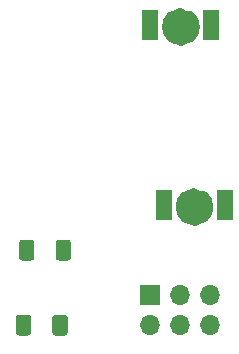
<source format=gbs>
%TF.GenerationSoftware,KiCad,Pcbnew,(5.1.12-1-10_14)*%
%TF.CreationDate,2022-04-14T08:39:32-04:00*%
%TF.ProjectId,Caution_SAO,43617574-696f-46e5-9f53-414f2e6b6963,rev?*%
%TF.SameCoordinates,Original*%
%TF.FileFunction,Soldermask,Bot*%
%TF.FilePolarity,Negative*%
%FSLAX46Y46*%
G04 Gerber Fmt 4.6, Leading zero omitted, Abs format (unit mm)*
G04 Created by KiCad (PCBNEW (5.1.12-1-10_14)) date 2022-04-14 08:39:32*
%MOMM*%
%LPD*%
G01*
G04 APERTURE LIST*
%ADD10C,1.600000*%
%ADD11R,1.400000X2.600000*%
%ADD12R,1.700000X1.700000*%
%ADD13O,1.700000X1.700000*%
G04 APERTURE END LIST*
D10*
%TO.C,D1*%
X121405240Y-125872140D02*
G75*
G03*
X121405240Y-125872140I-800000J0D01*
G01*
%TO.C,D2*%
X120255240Y-110632140D02*
G75*
G03*
X120255240Y-110632140I-800000J0D01*
G01*
%TD*%
D11*
%TO.C,D1*%
X117990000Y-125730000D03*
X123190000Y-125730000D03*
%TD*%
%TO.C,D2*%
X122040000Y-110490000D03*
X116840000Y-110490000D03*
%TD*%
D12*
%TO.C,J1*%
X116840000Y-133350000D03*
D13*
X116840000Y-135890000D03*
X119380000Y-133350000D03*
X119380000Y-135890000D03*
X121920000Y-133350000D03*
X121920000Y-135890000D03*
%TD*%
%TO.C,R1*%
G36*
G01*
X105750000Y-130165001D02*
X105750000Y-128914999D01*
G75*
G02*
X105999999Y-128665000I249999J0D01*
G01*
X106800001Y-128665000D01*
G75*
G02*
X107050000Y-128914999I0J-249999D01*
G01*
X107050000Y-130165001D01*
G75*
G02*
X106800001Y-130415000I-249999J0D01*
G01*
X105999999Y-130415000D01*
G75*
G02*
X105750000Y-130165001I0J249999D01*
G01*
G37*
G36*
G01*
X108850000Y-130165001D02*
X108850000Y-128914999D01*
G75*
G02*
X109099999Y-128665000I249999J0D01*
G01*
X109900001Y-128665000D01*
G75*
G02*
X110150000Y-128914999I0J-249999D01*
G01*
X110150000Y-130165001D01*
G75*
G02*
X109900001Y-130415000I-249999J0D01*
G01*
X109099999Y-130415000D01*
G75*
G02*
X108850000Y-130165001I0J249999D01*
G01*
G37*
%TD*%
%TO.C,R2*%
G36*
G01*
X108570000Y-136515001D02*
X108570000Y-135264999D01*
G75*
G02*
X108819999Y-135015000I249999J0D01*
G01*
X109620001Y-135015000D01*
G75*
G02*
X109870000Y-135264999I0J-249999D01*
G01*
X109870000Y-136515001D01*
G75*
G02*
X109620001Y-136765000I-249999J0D01*
G01*
X108819999Y-136765000D01*
G75*
G02*
X108570000Y-136515001I0J249999D01*
G01*
G37*
G36*
G01*
X105470000Y-136515001D02*
X105470000Y-135264999D01*
G75*
G02*
X105719999Y-135015000I249999J0D01*
G01*
X106520001Y-135015000D01*
G75*
G02*
X106770000Y-135264999I0J-249999D01*
G01*
X106770000Y-136515001D01*
G75*
G02*
X106520001Y-136765000I-249999J0D01*
G01*
X105719999Y-136765000D01*
G75*
G02*
X105470000Y-136515001I0J249999D01*
G01*
G37*
%TD*%
M02*

</source>
